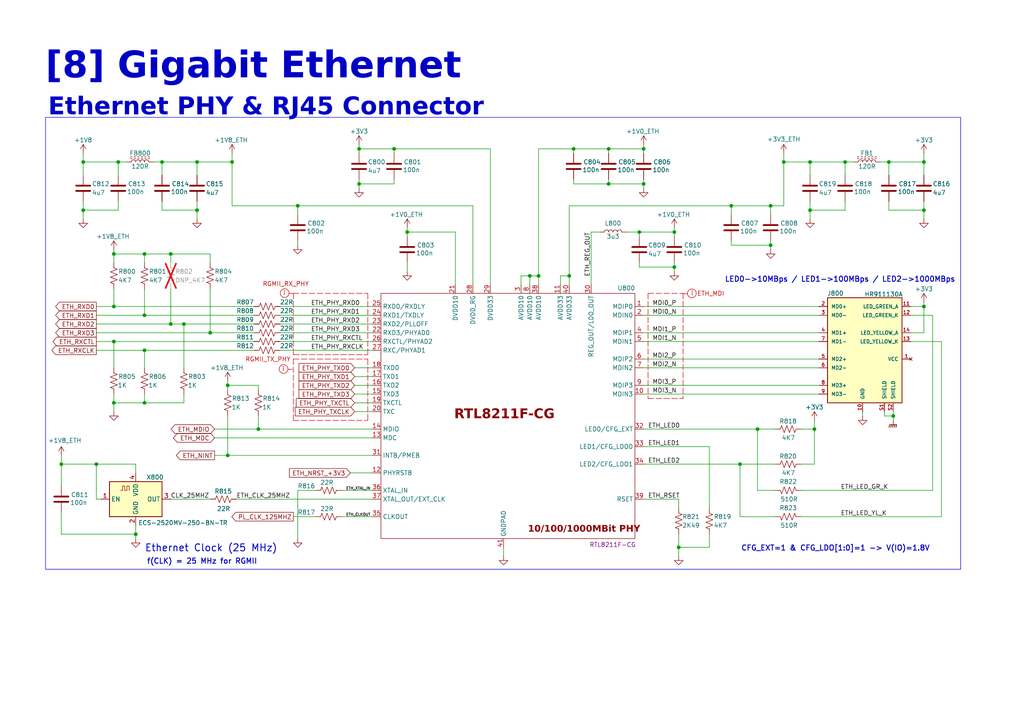
<source format=kicad_sch>
(kicad_sch (version 20231120) (generator "eeschema") (generator_version "8.0")
  (paper "A4")
  (title_block (title "Gigabit Ethernet") (date "2023-12-09") (rev "-") (company "Designed By: Dylan Gutierrez"))
  (junction (at 67.31 46.99))
  (junction (at 214.63 134.62))
  (junction (at 196.85 158.75))
  (junction (at 41.91 116.84))
  (junction (at 153.67 80.01))
  (junction (at 156.21 80.01))
  (junction (at 66.04 111.76))
  (junction (at 74.93 124.46))
  (junction (at 33.02 116.84))
  (junction (at 57.15 60.96))
  (junction (at 46.99 46.99))
  (junction (at 118.11 67.31))
  (junction (at 195.58 67.31))
  (junction (at 104.14 53.34))
  (junction (at 219.71 124.46))
  (junction (at 33.02 73.66))
  (junction (at 41.91 73.66))
  (junction (at 223.52 71.12))
  (junction (at 57.15 46.99))
  (junction (at 49.53 73.66))
  (junction (at 234.95 60.96))
  (junction (at 185.42 67.31))
  (junction (at 114.3 43.18))
  (junction (at 267.97 46.99))
  (junction (at 236.22 124.46))
  (junction (at 104.14 43.18))
  (junction (at 257.81 46.99))
  (junction (at 223.52 59.69))
  (junction (at 86.36 59.69))
  (junction (at 186.69 53.34))
  (junction (at 49.53 93.98))
  (junction (at 165.1 80.01))
  (junction (at 166.37 43.18))
  (junction (at 33.02 99.06))
  (junction (at 227.33 46.99))
  (junction (at 33.02 88.9))
  (junction (at 41.91 101.6))
  (junction (at 53.34 93.98))
  (junction (at 24.13 46.99))
  (junction (at 267.97 88.9))
  (junction (at 39.37 154.94))
  (junction (at 186.69 43.18))
  (junction (at 176.53 43.18))
  (junction (at 267.97 60.96))
  (junction (at 60.96 96.52))
  (junction (at 212.09 59.69))
  (junction (at 245.11 46.99))
  (junction (at 66.04 132.08))
  (junction (at 41.91 91.44))
  (junction (at 259.08 120.65))
  (junction (at 34.29 46.99))
  (junction (at 195.58 77.47))
  (junction (at 24.13 60.96))
  (junction (at 17.78 134.62))
  (junction (at 176.53 53.34))
  (junction (at 27.94 134.62))
  (junction (at 234.95 46.99))
  (wire (pts (xy 227.33 46.99) (xy 227.33 44.45)))
  (wire (pts (xy 267.97 88.9) (xy 267.97 96.52)))
  (wire (pts (xy 46.99 50.8) (xy 46.99 46.99)))
  (wire (pts (xy 41.91 116.84) (xy 53.34 116.84)))
  (wire (pts (xy 17.78 148.59) (xy 17.78 154.94)))
  (wire (pts (xy 34.29 60.96) (xy 24.13 60.96)))
  (wire (pts (xy 186.69 44.45) (xy 186.69 43.18)))
  (wire (pts (xy 257.81 60.96) (xy 267.97 60.96)))
  (wire (pts (xy 137.16 59.69) (xy 137.16 82.55)))
  (polyline (pts (xy 85.09 104.14) (xy 106.68 104.14)) (stroke (width 0) (type dash) (color 194 0 0 1)))
  (wire (pts (xy 250.19 119.38) (xy 250.19 120.65)))
  (wire (pts (xy 195.58 77.47) (xy 195.58 78.74)))
  (wire (pts (xy 62.23 124.46) (xy 74.93 124.46)))
  (wire (pts (xy 227.33 59.69) (xy 227.33 46.99)))
  (wire (pts (xy 17.78 134.62) (xy 17.78 140.97)))
  (wire (pts (xy 236.22 124.46) (xy 236.22 134.62)))
  (wire (pts (xy 185.42 67.31) (xy 195.58 67.31)))
  (wire (pts (xy 181.61 67.31) (xy 185.42 67.31)))
  (wire (pts (xy 205.74 158.75) (xy 196.85 158.75)))
  (wire (pts (xy 107.95 111.76) (xy 102.87 111.76)))
  (wire (pts (xy 81.28 88.9) (xy 107.95 88.9)))
  (polyline (pts (xy 85.09 102.87) (xy 106.68 102.87)) (stroke (width 0) (type dash) (color 194 0 0 1)))
  (wire (pts (xy 267.97 44.45) (xy 267.97 46.99)))
  (wire (pts (xy 185.42 77.47) (xy 195.58 77.47)))
  (wire (pts (xy 67.31 44.45) (xy 67.31 46.99)))
  (wire (pts (xy 74.93 111.76) (xy 74.93 113.03)))
  (wire (pts (xy 166.37 43.18) (xy 156.21 43.18)))
  (wire (pts (xy 62.23 127) (xy 107.95 127)))
  (wire (pts (xy 214.63 134.62) (xy 214.63 149.86)))
  (wire (pts (xy 196.85 154.94) (xy 196.85 158.75)))
  (wire (pts (xy 41.91 91.44) (xy 73.66 91.44)))
  (wire (pts (xy 267.97 96.52) (xy 264.16 96.52)))
  (wire (pts (xy 27.94 99.06) (xy 33.02 99.06)))
  (wire (pts (xy 185.42 77.47) (xy 185.42 76.2)))
  (wire (pts (xy 86.36 142.24) (xy 86.36 156.21)))
  (wire (pts (xy 219.71 142.24) (xy 219.71 124.46)))
  (wire (pts (xy 256.54 120.65) (xy 259.08 120.65)))
  (wire (pts (xy 196.85 158.75) (xy 196.85 161.29)))
  (wire (pts (xy 53.34 93.98) (xy 53.34 106.68)))
  (wire (pts (xy 171.45 67.31) (xy 171.45 82.55)))
  (wire (pts (xy 41.91 73.66) (xy 49.53 73.66)))
  (wire (pts (xy 273.05 149.86) (xy 232.41 149.86)))
  (wire (pts (xy 60.96 73.66) (xy 60.96 76.2)))
  (polyline (pts (xy 198.1357 85.1823) (xy 199.4057 85.1823)) (stroke (width 0) (type dash) (color 194 0 0 1)))
  (wire (pts (xy 196.85 144.78) (xy 196.85 147.32)))
  (wire (pts (xy 166.37 43.18) (xy 166.37 44.45)))
  (wire (pts (xy 186.69 91.44) (xy 237.49 91.44)))
  (wire (pts (xy 33.02 99.06) (xy 73.66 99.06)))
  (polyline (pts (xy 85.09 85.09) (xy 85.09 102.87)) (stroke (width 0) (type dash) (color 194 0 0 1)))
  (wire (pts (xy 57.15 60.96) (xy 57.15 63.5)))
  (wire (pts (xy 232.41 142.24) (xy 270.51 142.24)))
  (wire (pts (xy 60.96 83.82) (xy 60.96 96.52)))
  (wire (pts (xy 17.78 154.94) (xy 39.37 154.94)))
  (wire (pts (xy 267.97 58.42) (xy 267.97 60.96)))
  (wire (pts (xy 259.08 119.38) (xy 259.08 120.65)))
  (polyline (pts (xy 106.68 85.09) (xy 106.68 102.87)) (stroke (width 0) (type dash) (color 194 0 0 1)))
  (wire (pts (xy 165.1 59.69) (xy 212.09 59.69)))
  (wire (pts (xy 41.91 73.66) (xy 41.91 76.2)))
  (wire (pts (xy 257.81 46.99) (xy 267.97 46.99)))
  (wire (pts (xy 156.21 80.01) (xy 156.21 82.55)))
  (wire (pts (xy 153.67 80.01) (xy 153.67 82.55)))
  (wire (pts (xy 245.11 58.42) (xy 245.11 60.96)))
  (wire (pts (xy 57.15 58.42) (xy 57.15 60.96)))
  (polyline (pts (xy 85.09 85.09) (xy 83.82 85.09)) (stroke (width 0) (type dash) (color 194 0 0 1)))
  (wire (pts (xy 224.79 142.24) (xy 219.71 142.24)))
  (wire (pts (xy 66.04 111.76) (xy 66.04 113.03)))
  (wire (pts (xy 39.37 137.16) (xy 39.37 134.62)))
  (wire (pts (xy 256.54 119.38) (xy 256.54 120.65)))
  (wire (pts (xy 24.13 44.45) (xy 24.13 46.99)))
  (wire (pts (xy 176.53 43.18) (xy 166.37 43.18)))
  (wire (pts (xy 146.05 158.75) (xy 146.05 161.29)))
  (wire (pts (xy 99.06 142.24) (xy 107.95 142.24)))
  (wire (pts (xy 49.53 83.82) (xy 49.53 93.98)))
  (wire (pts (xy 219.71 124.46) (xy 224.79 124.46)))
  (wire (pts (xy 34.29 46.99) (xy 34.29 50.8)))
  (wire (pts (xy 267.97 87.63) (xy 267.97 88.9)))
  (wire (pts (xy 162.56 80.01) (xy 165.1 80.01)))
  (wire (pts (xy 104.14 43.18) (xy 104.14 44.45)))
  (wire (pts (xy 257.81 58.42) (xy 257.81 60.96)))
  (wire (pts (xy 107.95 101.6) (xy 81.28 101.6)))
  (wire (pts (xy 223.52 59.69) (xy 227.33 59.69)))
  (wire (pts (xy 44.45 46.99) (xy 46.99 46.99)))
  (wire (pts (xy 245.11 60.96) (xy 234.95 60.96)))
  (wire (pts (xy 267.97 46.99) (xy 267.97 50.8)))
  (wire (pts (xy 114.3 44.45) (xy 114.3 43.18)))
  (wire (pts (xy 41.91 114.3) (xy 41.91 116.84)))
  (wire (pts (xy 27.94 134.62) (xy 17.78 134.62)))
  (wire (pts (xy 151.13 82.55) (xy 151.13 80.01)))
  (wire (pts (xy 270.51 142.24) (xy 270.51 91.44)))
  (wire (pts (xy 142.24 43.18) (xy 142.24 82.55)))
  (wire (pts (xy 67.31 59.69) (xy 67.31 46.99)))
  (wire (pts (xy 62.23 132.08) (xy 66.04 132.08)))
  (wire (pts (xy 107.95 91.44) (xy 81.28 91.44)))
  (wire (pts (xy 104.14 43.18) (xy 114.3 43.18)))
  (wire (pts (xy 162.56 82.55) (xy 162.56 80.01)))
  (wire (pts (xy 17.78 132.08) (xy 17.78 134.62)))
  (wire (pts (xy 49.53 73.66) (xy 60.96 73.66)))
  (wire (pts (xy 27.94 134.62) (xy 27.94 144.78)))
  (wire (pts (xy 101.6 137.16) (xy 107.95 137.16)))
  (wire (pts (xy 49.53 93.98) (xy 53.34 93.98)))
  (wire (pts (xy 86.36 69.85) (xy 86.36 71.12)))
  (wire (pts (xy 29.21 144.78) (xy 27.94 144.78)))
  (wire (pts (xy 74.93 124.46) (xy 107.95 124.46)))
  (wire (pts (xy 46.99 58.42) (xy 46.99 60.96)))
  (wire (pts (xy 236.22 124.46) (xy 232.41 124.46)))
  (wire (pts (xy 186.69 144.78) (xy 196.85 144.78)))
  (wire (pts (xy 68.58 144.78) (xy 107.95 144.78)))
  (wire (pts (xy 273.05 99.06) (xy 273.05 149.86)))
  (wire (pts (xy 234.95 50.8) (xy 234.95 46.99)))
  (wire (pts (xy 186.69 129.54) (xy 205.74 129.54)))
  (wire (pts (xy 267.97 60.96) (xy 267.97 63.5)))
  (wire (pts (xy 186.69 53.34) (xy 186.69 54.61)))
  (wire (pts (xy 267.97 88.9) (xy 264.16 88.9)))
  (wire (pts (xy 33.02 88.9) (xy 73.66 88.9)))
  (wire (pts (xy 33.02 114.3) (xy 33.02 116.84)))
  (wire (pts (xy 223.52 71.12) (xy 223.52 72.39)))
  (wire (pts (xy 165.1 80.01) (xy 165.1 59.69)))
  (wire (pts (xy 104.14 53.34) (xy 114.3 53.34)))
  (wire (pts (xy 39.37 134.62) (xy 27.94 134.62)))
  (polyline (pts (xy 85.09 121.92) (xy 106.68 121.92)) (stroke (width 0) (type dash) (color 194 0 0 1)))
  (wire (pts (xy 118.11 67.31) (xy 118.11 68.58)))
  (wire (pts (xy 24.13 50.8) (xy 24.13 46.99)))
  (wire (pts (xy 33.02 72.39) (xy 33.02 73.66)))
  (wire (pts (xy 41.91 101.6) (xy 41.91 106.68)))
  (wire (pts (xy 171.45 67.31) (xy 173.99 67.31)))
  (wire (pts (xy 176.53 53.34) (xy 186.69 53.34)))
  (wire (pts (xy 33.02 73.66) (xy 41.91 73.66)))
  (wire (pts (xy 33.02 116.84) (xy 33.02 119.38)))
  (wire (pts (xy 236.22 121.92) (xy 236.22 124.46)))
  (polyline (pts (xy 198.12 85.09) (xy 198.12 115.57)) (stroke (width 0) (type dash) (color 194 0 0 1)))
  (wire (pts (xy 91.44 142.24) (xy 86.36 142.24)))
  (wire (pts (xy 223.52 71.12) (xy 223.52 69.85)))
  (wire (pts (xy 33.02 83.82) (xy 33.02 88.9)))
  (wire (pts (xy 53.34 116.84) (xy 53.34 114.3)))
  (wire (pts (xy 166.37 53.34) (xy 176.53 53.34)))
  (wire (pts (xy 27.94 93.98) (xy 49.53 93.98)))
  (wire (pts (xy 107.95 93.98) (xy 81.28 93.98)))
  (wire (pts (xy 34.29 46.99) (xy 36.83 46.99)))
  (wire (pts (xy 195.58 67.31) (xy 195.58 68.58)))
  (wire (pts (xy 186.69 104.14) (xy 237.49 104.14)))
  (wire (pts (xy 33.02 99.06) (xy 33.02 106.68)))
  (wire (pts (xy 46.99 60.96) (xy 57.15 60.96)))
  (wire (pts (xy 224.79 149.86) (xy 214.63 149.86)))
  (wire (pts (xy 186.69 52.07) (xy 186.69 53.34)))
  (wire (pts (xy 234.95 46.99) (xy 245.11 46.99)))
  (wire (pts (xy 165.1 80.01) (xy 165.1 82.55)))
  (wire (pts (xy 176.53 52.07) (xy 176.53 53.34)))
  (wire (pts (xy 176.53 43.18) (xy 176.53 44.45)))
  (wire (pts (xy 86.36 62.23) (xy 86.36 59.69)))
  (wire (pts (xy 212.09 59.69) (xy 223.52 59.69)))
  (wire (pts (xy 185.42 68.58) (xy 185.42 67.31)))
  (wire (pts (xy 166.37 52.07) (xy 166.37 53.34)))
  (wire (pts (xy 270.51 91.44) (xy 264.16 91.44)))
  (wire (pts (xy 104.14 41.91) (xy 104.14 43.18)))
  (wire (pts (xy 186.69 134.62) (xy 214.63 134.62)))
  (wire (pts (xy 99.06 149.86) (xy 107.95 149.86)))
  (wire (pts (xy 212.09 59.69) (xy 212.09 62.23)))
  (wire (pts (xy 186.69 114.3) (xy 237.49 114.3)))
  (wire (pts (xy 107.95 109.22) (xy 102.87 109.22)))
  (wire (pts (xy 186.69 106.68) (xy 237.49 106.68)))
  (wire (pts (xy 39.37 154.94) (xy 39.37 156.21)))
  (wire (pts (xy 41.91 83.82) (xy 41.91 91.44)))
  (wire (pts (xy 186.69 43.18) (xy 176.53 43.18)))
  (wire (pts (xy 245.11 46.99) (xy 247.65 46.99)))
  (wire (pts (xy 66.04 110.49) (xy 66.04 111.76)))
  (polyline (pts (xy 187.96 85.09) (xy 187.96 115.57)) (stroke (width 0) (type dash) (color 194 0 0 1)))
  (wire (pts (xy 104.14 53.34) (xy 104.14 54.61)))
  (wire (pts (xy 67.31 59.69) (xy 86.36 59.69)))
  (wire (pts (xy 41.91 101.6) (xy 73.66 101.6)))
  (wire (pts (xy 107.95 114.3) (xy 102.87 114.3)))
  (wire (pts (xy 66.04 111.76) (xy 74.93 111.76)))
  (wire (pts (xy 132.08 67.31) (xy 132.08 82.55)))
  (wire (pts (xy 186.69 88.9) (xy 237.49 88.9)))
  (wire (pts (xy 114.3 43.18) (xy 142.24 43.18)))
  (wire (pts (xy 212.09 71.12) (xy 223.52 71.12)))
  (wire (pts (xy 227.33 46.99) (xy 234.95 46.99)))
  (polyline (pts (xy 85.09 85.09) (xy 106.68 85.09)) (stroke (width 0) (type dash) (color 194 0 0 1)))
  (wire (pts (xy 27.94 88.9) (xy 33.02 88.9)))
  (wire (pts (xy 107.95 119.38) (xy 102.87 119.38)))
  (wire (pts (xy 212.09 69.85) (xy 212.09 71.12)))
  (wire (pts (xy 33.02 73.66) (xy 33.02 76.2)))
  (polyline (pts (xy 85.09 104.14) (xy 85.09 121.92)) (stroke (width 0) (type dash) (color 194 0 0 1)))
  (wire (pts (xy 107.95 116.84) (xy 102.87 116.84)))
  (wire (pts (xy 27.94 96.52) (xy 60.96 96.52)))
  (wire (pts (xy 118.11 66.04) (xy 118.11 67.31)))
  (wire (pts (xy 107.95 106.68) (xy 102.87 106.68)))
  (wire (pts (xy 259.08 121.92) (xy 259.08 120.65)))
  (wire (pts (xy 60.96 96.52) (xy 73.66 96.52)))
  (wire (pts (xy 74.93 124.46) (xy 74.93 120.65)))
  (wire (pts (xy 107.95 132.08) (xy 66.04 132.08)))
  (wire (pts (xy 57.15 46.99) (xy 57.15 50.8)))
  (wire (pts (xy 114.3 52.07) (xy 114.3 53.34)))
  (wire (pts (xy 107.95 99.06) (xy 81.28 99.06)))
  (wire (pts (xy 27.94 101.6) (xy 41.91 101.6)))
  (wire (pts (xy 236.22 134.62) (xy 232.41 134.62)))
  (wire (pts (xy 264.16 99.06) (xy 273.05 99.06)))
  (wire (pts (xy 245.11 46.99) (xy 245.11 50.8)))
  (wire (pts (xy 27.94 91.44) (xy 41.91 91.44)))
  (polyline (pts (xy 187.96 85.09) (xy 198.12 85.09)) (stroke (width 0) (type dash) (color 194 0 0 1)))
  (wire (pts (xy 24.13 46.99) (xy 34.29 46.99)))
  (wire (pts (xy 46.99 46.99) (xy 57.15 46.99)))
  (wire (pts (xy 257.81 50.8) (xy 257.81 46.99)))
  (wire (pts (xy 151.13 80.01) (xy 153.67 80.01)))
  (wire (pts (xy 66.04 132.08) (xy 66.04 120.65)))
  (wire (pts (xy 85.09 149.86) (xy 91.44 149.86)))
  (wire (pts (xy 234.95 60.96) (xy 234.95 63.5)))
  (wire (pts (xy 234.95 58.42) (xy 234.95 60.96)))
  (wire (pts (xy 153.67 80.01) (xy 156.21 80.01)))
  (wire (pts (xy 118.11 76.2) (xy 118.11 78.74)))
  (wire (pts (xy 195.58 66.04) (xy 195.58 67.31)))
  (wire (pts (xy 205.74 129.54) (xy 205.74 147.32)))
  (wire (pts (xy 33.02 116.84) (xy 41.91 116.84)))
  (wire (pts (xy 86.36 59.69) (xy 137.16 59.69)))
  (wire (pts (xy 34.29 58.42) (xy 34.29 60.96)))
  (wire (pts (xy 195.58 76.2) (xy 195.58 77.47)))
  (polyline (pts (xy 84.7644 107.1128) (xy 83.4944 107.1128)) (stroke (width 0) (type dash) (color 194 0 0 1)))
  (wire (pts (xy 186.69 111.76) (xy 237.49 111.76)))
  (wire (pts (xy 156.21 43.18) (xy 156.21 80.01)))
  (wire (pts (xy 53.34 93.98) (xy 73.66 93.98)))
  (wire (pts (xy 255.27 46.99) (xy 257.81 46.99)))
  (wire (pts (xy 39.37 154.94) (xy 39.37 152.4)))
  (wire (pts (xy 186.69 96.52) (xy 237.49 96.52)))
  (wire (pts (xy 104.14 52.07) (xy 104.14 53.34)))
  (wire (pts (xy 186.69 41.91) (xy 186.69 43.18)))
  (wire (pts (xy 214.63 134.62) (xy 224.79 134.62)))
  (polyline (pts (xy 106.68 104.14) (xy 106.68 121.92)) (stroke (width 0) (type dash) (color 194 0 0 1)))
  (wire (pts (xy 49.53 144.78) (xy 60.96 144.78)))
  (wire (pts (xy 57.15 46.99) (xy 67.31 46.99)))
  (wire (pts (xy 223.52 59.69) (xy 223.52 62.23)))
  (wire (pts (xy 186.69 99.06) (xy 237.49 99.06)))
  (wire (pts (xy 186.69 124.46) (xy 219.71 124.46)))
  (wire (pts (xy 24.13 58.42) (xy 24.13 60.96)))
  (wire (pts (xy 107.95 96.52) (xy 81.28 96.52)))
  (wire (pts (xy 118.11 67.31) (xy 132.08 67.31)))
  (wire (pts (xy 205.74 154.94) (xy 205.74 158.75)))
  (wire (pts (xy 24.13 60.96) (xy 24.13 63.5)))
  (polyline (pts (xy 187.96 115.57) (xy 198.12 115.57)) (stroke (width 0) (type dash) (color 194 0 0 1)))
  (wire (pts (xy 49.53 73.66) (xy 49.53 76.2)))
  (circle (center 82.5657 84.9977) (radius 1.27) (stroke (width 0) (color 194 0 0 1)))
  (circle (center 82.2401 107.0205) (radius 1.27) (stroke (width 0) (color 194 0 0 1)))
  (circle (center 200.66 85.09) (radius 1.27) (stroke (width 0) (color 194 0 0 1)))
  (rectangle (start 13.208 34.036) (end 278.638 165.1))
  (text "RGMII_TX_PHY" (at 84.328 105.156 0) (effects (font (size 1.27 1.27)) (justify right bottom)))
  (text "Ethernet PHY & RJ45 Connector" (at 13.97 35.56 0) (effects (font (size 5.08 5.08) (thickness 0.508) (bold yes) (italic yes)) (justify left bottom)))
  (text "[8] Gigabit Ethernet" (at 13.208 25.908 0) (effects (font (size 7.62 7.62) (thickness 1.016) (bold yes)) (justify left bottom)))
  (text "i" (at 82.55 107.95 0) (effects (font (size 1.27 1.27)) (justify right bottom)))
  (text "RGMII_RX_PHY" (at 89.662 83.312 0) (effects (font (size 1.27 1.27)) (justify right bottom)))
  (text "Ethernet Clock (25 MHz)" (at 80.518 160.274 0) (effects (font (size 2.032 2.032) (thickness 0.254) (bold yes)) (justify right bottom)))
  (text "LED0->10MBps / LED1->100MBps / LED2->1000MBps" (at 277.114 82.042 0) (effects (font (size 1.524 1.524) (thickness 0.254) (bold yes)) (justify right bottom)))
  (text "f(CLK) = 25 MHz for RGMII" (at 74.676 163.83 0) (effects (font (size 1.524 1.524) (thickness 0.254) (bold yes)) (justify right bottom)))
  (text "CFG_EXT=1 & CFG_LDO[1:0]=1 -> V(IO)=1.8V" (at 269.748 160.02 0) (effects (font (size 1.524 1.524) (thickness 0.254) (bold yes)) (justify right bottom)))
  (text "i" (at 200.3501 86.0195 0) (effects (font (size 1.27 1.27)) (justify left bottom)))
  (text "ETH_MDI\n" (at 202.184 86.106 0) (effects (font (size 1.27 1.27)) (justify left bottom)))
  (text "i" (at 82.8756 85.9272 0) (effects (font (size 1.27 1.27)) (justify right bottom)))
  (label "ETH_LED0" (at 187.96 124.46 0))
  (label "ETH_XTAL_IN" (at 100.33 142.24 0) (effects (font (size 0.762 0.762))))
  (label "MDI2_P" (at 189.23 104.14 0))
  (label "ETH_PHY_RXD3" (at 90.17 96.52 0))
  (label "ETH_PHY_RXD0" (at 90.17 88.9 0))
  (label "CLK_25MHZ" (at 49.53 144.78 0))
  (label "ETH_CLK_25MHZ" (at 68.58 144.78 0))
  (label "ETH_CLKOUT" (at 100.33 149.86 0) (effects (font (size 0.762 0.762))))
  (label "ETH_LED2" (at 187.96 134.62 0))
  (label "MDI3_P" (at 189.23 111.76 0))
  (label "ETH_PHY_RXD2" (at 90.17 93.98 0))
  (label "ETH_PHY_RXD1" (at 90.17 91.44 0))
  (label "MDI1_N" (at 189.23 99.06 0))
  (label "ETH_LED_GR_K" (at 243.84 142.24 0))
  (label "MDI1_P" (at 189.23 96.52 0))
  (label "ETH_LED_YL_K" (at 243.84 149.86 0))
  (label "ETH_PHY_RXCTL" (at 90.17 99.06 0))
  (label "ETH_LED1" (at 187.96 129.54 0))
  (label "MDI0_P" (at 189.23 88.9 0))
  (label "MDI2_N" (at 189.23 106.68 0))
  (label "ETH_REG_OUT" (at 171.45 67.31 270))
  (label "MDI0_N" (at 189.23 91.44 0))
  (label "ETH_PHY_RXCLK" (at 90.17 101.6 0))
  (label "ETH_RSET" (at 187.96 144.78 0))
  (label "MDI3_N" (at 189.23 114.3 0))
  (global_label "ETH_RXCTL" (shape output) (at 27.94 99.06 180) (property "Intersheetrefs" "${INTERSHEET_REFS}" (effects (hide yes))))
  (global_label "ETH_RXD3" (shape output) (at 27.94 96.52 180) (property "Intersheetrefs" "${INTERSHEET_REFS}" (effects (hide yes))))
  (global_label "ETH_RXD0" (shape output) (at 27.94 88.9 180) (property "Intersheetrefs" "${INTERSHEET_REFS}" (effects (hide yes))))
  (global_label "ETH_RXD1" (shape output) (at 27.94 91.44 180) (property "Intersheetrefs" "${INTERSHEET_REFS}" (effects (hide yes))))
  (global_label "PL_CLK_125MHZ" (shape output) (at 85.09 149.86 180) (property "Intersheetrefs" "${INTERSHEET_REFS}" (effects (hide yes))))
  (global_label "ETH_PHY_TXD2" (shape input) (at 102.87 111.76 180) (property "Intersheetrefs" "${INTERSHEET_REFS}" (effects (hide yes))))
  (global_label "ETH_PHY_TXD3" (shape input) (at 102.87 114.3 180) (property "Intersheetrefs" "${INTERSHEET_REFS}" (effects (hide yes))))
  (global_label "ETH_NRST_+3V3" (shape input) (at 101.6 137.16 180) (property "Intersheetrefs" "${INTERSHEET_REFS}" (effects (hide yes))))
  (global_label "ETH_RXCLK" (shape output) (at 27.94 101.6 180) (property "Intersheetrefs" "${INTERSHEET_REFS}" (effects (hide yes))))
  (global_label "ETH_MDIO" (shape bidirectional) (at 62.23 124.46 180) (property "Intersheetrefs" "${INTERSHEET_REFS}" (effects (hide yes))))
  (global_label "ETH_RXD2" (shape output) (at 27.94 93.98 180) (property "Intersheetrefs" "${INTERSHEET_REFS}" (effects (hide yes))))
  (global_label "ETH_NINT" (shape output) (at 62.23 132.08 180) (property "Intersheetrefs" "${INTERSHEET_REFS}" (effects (hide yes))))
  (global_label "ETH_PHY_TXCTL" (shape input) (at 102.87 116.84 180) (property "Intersheetrefs" "${INTERSHEET_REFS}" (effects (hide yes))))
  (global_label "ETH_PHY_TXD1" (shape input) (at 102.87 109.22 180) (property "Intersheetrefs" "${INTERSHEET_REFS}" (effects (hide yes))))
  (global_label "ETH_MDC" (shape bidirectional) (at 62.23 127 180) (property "Intersheetrefs" "${INTERSHEET_REFS}" (effects (hide yes))))
  (global_label "ETH_PHY_TXD0" (shape input) (at 102.87 106.68 180) (property "Intersheetrefs" "${INTERSHEET_REFS}" (effects (hide yes))))
  (global_label "ETH_PHY_TXCLK" (shape input) (at 102.87 119.38 180) (property "Intersheetrefs" "${INTERSHEET_REFS}" (effects (hide yes))))
  (symbol (lib_id "Device:R_US") (at 95.25 149.86 90) (unit 1)
    (property "Reference" "R817" (at 91.44 148.59 90) (effects (justify left)))
    (property "Value" "22R" (at 96.774 147.574 90) (effects (justify left)))
    (property "Footprint" "Resistor_SMD:R_0402_1005Metric" (effects (hide yes)))
    (property "Datasheet" "https://datasheet.lcsc.com/lcsc/2304140030_YAGEO-RC0402FR-0722RL_C114765.pdf" (effects (hide yes)))
    (property "Description" "62.5mW Thick Film Resistors 50V ±100ppm/℃ ±1% 22Ω 0402 Chip Resistor - Surface Mount" (effects (hide yes)))
    (property "Distributor Link" "https://www.lcsc.com/product-detail/Chip-Resistor-Surface-Mount_YAGEO-RC0402FR-0722RL_C114765.html" (effects (hide yes)))
    (property "LCSC PN" "C114765" (effects (hide yes)))
    (property "Manufacturer" "YAGEO" (effects (hide yes)))
    (property "Manufacturer PN" "RC0402FR-0722RL" (effects (hide yes)))
  )
  (symbol (lib_id "Device:C") (at 257.81 54.61 0) (unit 1)
    (property "Reference" "C817" (at 260.604 53.34 0) (effects (justify left)))
    (property "Value" "100n" (at 260.35 55.626 0) (effects (justify left)))
    (property "Footprint" "Capacitor_SMD:C_0402_1005Metric" (effects (hide yes)))
    (property "Datasheet" "https://datasheet.lcsc.com/lcsc/2304140030_YAGEO-CC0402KRX5R8BB104_C106256.pdf" (effects (hide yes)))
    (property "Description" "25V 100nF X5R ±10% 0402 Multilayer Ceramic Capacitors MLCC - SMD/SMT ROHS" (effects (hide yes)))
    (property "Distributor Link" "https://www.lcsc.com/product-detail/Multilayer-Ceramic-Capacitors-MLCC-SMD-SMT_YAGEO-CC0402KRX5R8BB104_C106256.html" (effects (hide yes)))
    (property "LCSC PN" "C106256" (effects (hide yes)))
    (property "Manufacturer" "YAGEO" (effects (hide yes)))
    (property "Manufacturer PN" "CC0402KRX5R8BB104" (effects (hide yes)))
  )
  (symbol (lib_id "power:GND") (at 86.36 71.12 0) (unit 1)
    (property "Reference" "#PWR0168" (effects (hide yes)))
    (property "Value" "GND" (effects (hide yes)))
  )
  (symbol (lib_id "Device:R_US") (at 228.6 124.46 90) (unit 1)
    (property "Reference" "R818" (at 231.14 122.174 90) (effects (justify left)))
    (property "Value" "4K7" (at 230.632 127 90) (effects (justify left)))
    (property "Footprint" "Resistor_SMD:R_0402_1005Metric" (effects (hide yes)))
    (property "Datasheet" "https://datasheet.lcsc.com/lcsc/2304140030_YAGEO-RC0402FR-074K7L_C105871.pdf" (effects (hide yes)))
    (property "Description" "62.5mW Thick Film Resistors ±100ppm/℃ ±1% 4.7kΩ 0402 Chip Resistor - Surface Mount ROHS" (effects (hide yes)))
    (property "Distributor Link" "https://www.lcsc.com/product-detail/Chip-Resistor-Surface-Mount_YAGEO-RC0402FR-074K7L_C105871.html" (effects (hide yes)))
    (property "LCSC PN" "C105871" (effects (hide yes)))
    (property "Manufacturer" "YAGEO" (effects (hide yes)))
    (property "Manufacturer PN" "RC0402FR-074K7L" (effects (hide yes)))
  )
  (symbol (lib_id "power:+1V8") (at 186.69 41.91 0) (unit 1)
    (property "Reference" "#PWR0172" (effects (hide yes)))
    (property "Value" "+1V0_ETH" (at 186.436 38.1 0))
  )
  (symbol (lib_id "Device:R_US") (at 196.85 151.13 0) (unit 1)
    (property "Reference" "R821" (at 197.866 149.86 0) (effects (justify left)))
    (property "Value" "2K49" (at 197.866 152.4 0) (effects (justify left)))
    (property "Footprint" "Resistor_SMD:R_0402_1005Metric" (effects (hide yes)))
    (property "Datasheet" "https://datasheet.lcsc.com/lcsc/2304140030_YAGEO-RC0402FR-072K49L_C145071.pdf" (effects (hide yes)))
    (property "Description" "62.5mW Thick Film Resistors 50V ±100ppm/℃ ±1% 2.49kΩ 0402 Chip Resistor - Surface Mount" (effects (hide yes)))
    (property "Distributor Link" "https://www.lcsc.com/product-detail/Chip-Resistor-Surface-Mount_YAGEO-RC0402FR-072K49L_C145071.html" (effects (hide yes)))
    (property "LCSC PN" "C145071" (effects (hide yes)))
    (property "Manufacturer" "YAGEO" (effects (hide yes)))
    (property "Manufacturer PN" "RC0402FR-072K49L" (effects (hide yes)))
  )
  (symbol (lib_id "power:GND") (at 118.11 78.74 0) (unit 1)
    (property "Reference" "#PWR0171" (effects (hide yes)))
    (property "Value" "GND" (effects (hide yes)))
  )
  (symbol (lib_id "power:+3V3") (at 236.22 121.92 0) (unit 1)
    (property "Reference" "#PWR0190" (effects (hide yes)))
    (property "Value" "+3V3" (at 236.22 118.11 0))
  )
  (symbol (lib_name "ZeBra-X:RTL8211F-CG") (lib_id "ZeBra-X:RTL8211F-CG") (at 146.05 104.14 0) (unit 1)
    (property "Reference" "U800" (at 179.07 83.566 0) (effects (justify left)))
    (property "Value" "RTL8211F-CG" (effects (hide yes)))
    (property "Footprint" "Package_DFN_QFN:QFN-40-1EP_5x5mm_P0.4mm_EP3.8x3.8mm" (effects (hide yes)))
    (property "Datasheet" "https://www.lcsc.com/datasheet/lcsc_datasheet_2410121929_Realtek-Semicon-RTL8211F-CG_C187932.pdf" (effects (hide yes)))
    (property "Description" "Integrated 10/100/1000M Ethernet Precision Transceiver" (effects (hide yes)))
    (property "Manufacturer" "Realtek Semicon" (effects (hide yes)))
    (property "Manufacturer PN" "RTL8211F-CG" (at 170.942 157.988 0) (effects (justify left)))
    (property "LCSC PN" "C187932" (effects (hide yes)))
  )
  (symbol (lib_id "Device:R_US") (at 49.53 80.01 0) (unit 1) (dnp yes)
    (property "Reference" "R802" (at 50.8 78.74 0) (effects (justify left)))
    (property "Value" "DNP_4K7" (at 50.8 81.28 0) (effects (justify left)))
    (property "Footprint" "Resistor_SMD:R_0402_1005Metric" (effects (hide yes)))
    (property "Datasheet" "https://datasheet.lcsc.com/lcsc/2304140030_YAGEO-RC0402FR-074K7L_C105871.pdf" (effects (hide yes)))
    (property "Description" "62.5mW Thick Film Resistors ±100ppm/℃ ±1% 4.7kΩ 0402 Chip Resistor - Surface Mount ROHS" (effects (hide yes)))
    (property "Distributor Link" "https://www.lcsc.com/product-detail/Chip-Resistor-Surface-Mount_YAGEO-RC0402FR-074K7L_C105871.html" (effects (hide yes)))
    (property "LCSC PN" "C105871" (effects (hide yes)))
    (property "Manufacturer" "YAGEO" (effects (hide yes)))
    (property "Manufacturer PN" "RC0402FR-074K7L" (effects (hide yes)))
  )
  (symbol (lib_id "Device:C") (at 46.99 54.61 0) (unit 1)
    (property "Reference" "C814" (at 49.784 53.34 0) (effects (justify left)))
    (property "Value" "100n" (at 49.53 55.626 0) (effects (justify left)))
    (property "Footprint" "Capacitor_SMD:C_0402_1005Metric" (effects (hide yes)))
    (property "Datasheet" "https://datasheet.lcsc.com/lcsc/2304140030_YAGEO-CC0402KRX5R8BB104_C106256.pdf" (effects (hide yes)))
    (property "Description" "25V 100nF X5R ±10% 0402 Multilayer Ceramic Capacitors MLCC - SMD/SMT ROHS" (effects (hide yes)))
    (property "Distributor Link" "https://www.lcsc.com/product-detail/Multilayer-Ceramic-Capacitors-MLCC-SMD-SMT_YAGEO-CC0402KRX5R8BB104_C106256.html" (effects (hide yes)))
    (property "LCSC PN" "C106256" (effects (hide yes)))
    (property "Manufacturer" "YAGEO" (effects (hide yes)))
    (property "Manufacturer PN" "CC0402KRX5R8BB104" (effects (hide yes)))
  )
  (symbol (lib_id "Device:R_US") (at 228.6 134.62 90) (unit 1)
    (property "Reference" "R820" (at 231.14 132.334 90) (effects (justify left)))
    (property "Value" "4K7" (at 230.632 137.16 90) (effects (justify left)))
    (property "Footprint" "Resistor_SMD:R_0402_1005Metric" (effects (hide yes)))
    (property "Datasheet" "https://datasheet.lcsc.com/lcsc/2304140030_YAGEO-RC0402FR-074K7L_C105871.pdf" (effects (hide yes)))
    (property "Description" "62.5mW Thick Film Resistors ±100ppm/℃ ±1% 4.7kΩ 0402 Chip Resistor - Surface Mount ROHS" (effects (hide yes)))
    (property "Distributor Link" "https://www.lcsc.com/product-detail/Chip-Resistor-Surface-Mount_YAGEO-RC0402FR-074K7L_C105871.html" (effects (hide yes)))
    (property "LCSC PN" "C105871" (effects (hide yes)))
    (property "Manufacturer" "YAGEO" (effects (hide yes)))
    (property "Manufacturer PN" "RC0402FR-074K7L" (effects (hide yes)))
  )
  (symbol (lib_id "power:+1V8") (at 67.31 44.45 0) (unit 1)
    (property "Reference" "#PWR0167" (effects (hide yes)))
    (property "Value" "+1V8_ETH" (at 67.056 40.64 0))
  )
  (symbol (lib_id "power:+1V8") (at 118.11 66.04 0) (unit 1)
    (property "Reference" "#PWR0170" (effects (hide yes)))
    (property "Value" "+1V0_ETH" (at 117.856 62.23 0))
  )
  (symbol (lib_id "Device:C") (at 245.11 54.61 0) (unit 1)
    (property "Reference" "C818" (at 247.904 53.34 0) (effects (justify left)))
    (property "Value" "100n" (at 247.65 55.626 0) (effects (justify left)))
    (property "Footprint" "Capacitor_SMD:C_0402_1005Metric" (effects (hide yes)))
    (property "Datasheet" "https://datasheet.lcsc.com/lcsc/2304140030_YAGEO-CC0402KRX5R8BB104_C106256.pdf" (effects (hide yes)))
    (property "Description" "25V 100nF X5R ±10% 0402 Multilayer Ceramic Capacitors MLCC - SMD/SMT ROHS" (effects (hide yes)))
    (property "Distributor Link" "https://www.lcsc.com/product-detail/Multilayer-Ceramic-Capacitors-MLCC-SMD-SMT_YAGEO-CC0402KRX5R8BB104_C106256.html" (effects (hide yes)))
    (property "LCSC PN" "C106256" (effects (hide yes)))
    (property "Manufacturer" "YAGEO" (effects (hide yes)))
    (property "Manufacturer PN" "CC0402KRX5R8BB104" (effects (hide yes)))
  )
  (symbol (lib_id "Device:R_US") (at 53.34 110.49 180) (unit 1)
    (property "Reference" "R803" (at 59.69 109.22 0) (effects (justify left)))
    (property "Value" "1K" (at 57.15 111.76 0) (effects (justify left)))
    (property "Footprint" "Resistor_SMD:R_0402_1005Metric" (effects (hide yes)))
    (property "Datasheet" "https://datasheet.lcsc.com/lcsc/2304140030_YAGEO-RC0402FR-071KL_C106235.pdf" (effects (hide yes)))
    (property "Description" "62.5mW Thick Film Resistors ±100ppm/℃ ±1% 1kΩ 0402 Chip Resistor - Surface Mount ROHS" (effects (hide yes)))
    (property "Distributor Link" "https://www.lcsc.com/product-detail/Chip-Resistor-Surface-Mount_YAGEO-RC0402FR-071KL_C106235.html" (effects (hide yes)))
    (property "LCSC PN" "C106235" (effects (hide yes)))
    (property "Manufacturer" "YAGEO" (effects (hide yes)))
    (property "Manufacturer PN" "RC0402FR-071KL" (effects (hide yes)))
  )
  (symbol (lib_id "Device:C") (at 104.14 48.26 0) (unit 1)
    (property "Reference" "C800" (at 106.68 46.99 0) (effects (justify left)))
    (property "Value" "4u7" (at 106.68 49.53 0) (effects (justify left)))
    (property "Footprint" "Capacitor_SMD:C_0402_1005Metric" (effects (hide yes)))
    (property "Datasheet" "https://datasheet.lcsc.com/lcsc/2304140030_Samsung-Electro-Mechanics-CL05A475MP5NRNC_C23733.pdf" (effects (hide yes)))
    (property "Description" "10V 4.7uF X5R ±20% 0402 Multilayer Ceramic Capacitors MLCC - SMD/SMT ROHS" (effects (hide yes)))
    (property "Distributor Link" "https://www.lcsc.com/product-detail/Multilayer-Ceramic-Capacitors-MLCC-SMD-SMT_Samsung-Electro-Mechanics-CL05A475MP5NRNC_C23733.html" (effects (hide yes)))
    (property "LCSC PN" "C23733" (effects (hide yes)))
    (property "Manufacturer" "Samsung" (effects (hide yes)))
    (property "Manufacturer PN" "CL05A475MP5NRNC" (effects (hide yes)))
  )
  (symbol (lib_id "Device:C") (at 166.37 48.26 0) (unit 1)
    (property "Reference" "C804" (at 169.164 46.99 0) (effects (justify left)))
    (property "Value" "100n" (at 168.91 49.276 0) (effects (justify left)))
    (property "Footprint" "Capacitor_SMD:C_0402_1005Metric" (effects (hide yes)))
    (property "Datasheet" "https://datasheet.lcsc.com/lcsc/2304140030_YAGEO-CC0402KRX5R8BB104_C106256.pdf" (effects (hide yes)))
    (property "Description" "25V 100nF X5R ±10% 0402 Multilayer Ceramic Capacitors MLCC - SMD/SMT ROHS" (effects (hide yes)))
    (property "Distributor Link" "https://www.lcsc.com/product-detail/Multilayer-Ceramic-Capacitors-MLCC-SMD-SMT_YAGEO-CC0402KRX5R8BB104_C106256.html" (effects (hide yes)))
    (property "LCSC PN" "C106256" (effects (hide yes)))
    (property "Manufacturer" "YAGEO" (effects (hide yes)))
    (property "Manufacturer PN" "CC0402KRX5R8BB104" (effects (hide yes)))
  )
  (symbol (lib_id "Device:R_US") (at 205.74 151.13 0) (unit 1)
    (property "Reference" "R819" (at 207.01 149.86 0) (effects (justify left)))
    (property "Value" "4K7" (at 207.01 152.4 0) (effects (justify left)))
    (property "Footprint" "Resistor_SMD:R_0402_1005Metric" (effects (hide yes)))
    (property "Datasheet" "https://datasheet.lcsc.com/lcsc/2304140030_YAGEO-RC0402FR-074K7L_C105871.pdf" (effects (hide yes)))
    (property "Description" "62.5mW Thick Film Resistors ±100ppm/℃ ±1% 4.7kΩ 0402 Chip Resistor - Surface Mount ROHS" (effects (hide yes)))
    (property "Distributor Link" "https://www.lcsc.com/product-detail/Chip-Resistor-Surface-Mount_YAGEO-RC0402FR-074K7L_C105871.html" (effects (hide yes)))
    (property "LCSC PN" "C105871" (effects (hide yes)))
    (property "Manufacturer" "YAGEO" (effects (hide yes)))
    (property "Manufacturer PN" "RC0402FR-074K7L" (effects (hide yes)))
  )
  (symbol (lib_id "Device:C") (at 17.78 144.78 0) (unit 1)
    (property "Reference" "C811" (at 20.574 143.51 0) (effects (justify left)))
    (property "Value" "100n" (at 20.32 145.796 0) (effects (justify left)))
    (property "Footprint" "Capacitor_SMD:C_0402_1005Metric" (effects (hide yes)))
    (property "Datasheet" "https://datasheet.lcsc.com/lcsc/2304140030_YAGEO-CC0402KRX5R8BB104_C106256.pdf" (effects (hide yes)))
    (property "Description" "25V 100nF X5R ±10% 0402 Multilayer Ceramic Capacitors MLCC - SMD/SMT ROHS" (effects (hide yes)))
    (property "Distributor Link" "https://www.lcsc.com/product-detail/Multilayer-Ceramic-Capacitors-MLCC-SMD-SMT_YAGEO-CC0402KRX5R8BB104_C106256.html" (effects (hide yes)))
    (property "LCSC PN" "C106256" (effects (hide yes)))
    (property "Manufacturer" "YAGEO" (effects (hide yes)))
    (property "Manufacturer PN" "CC0402KRX5R8BB104" (effects (hide yes)))
  )
  (symbol (lib_id "power:GND") (at 196.85 161.29 0) (unit 1)
    (property "Reference" "#PWR0191" (effects (hide yes)))
    (property "Value" "GND" (effects (hide yes)))
  )
  (symbol (lib_id "Device:R_US") (at 33.02 110.49 180) (unit 1)
    (property "Reference" "R805" (at 39.37 109.22 0) (effects (justify left)))
    (property "Value" "1K" (at 36.83 111.76 0) (effects (justify left)))
    (property "Footprint" "Resistor_SMD:R_0402_1005Metric" (effects (hide yes)))
    (property "Datasheet" "https://datasheet.lcsc.com/lcsc/2304140030_YAGEO-RC0402FR-071KL_C106235.pdf" (effects (hide yes)))
    (property "Description" "62.5mW Thick Film Resistors ±100ppm/℃ ±1% 1kΩ 0402 Chip Resistor - Surface Mount ROHS" (effects (hide yes)))
    (property "Distributor Link" "https://www.lcsc.com/product-detail/Chip-Resistor-Surface-Mount_YAGEO-RC0402FR-071KL_C106235.html" (effects (hide yes)))
    (property "LCSC PN" "C106235" (effects (hide yes)))
    (property "Manufacturer" "YAGEO" (effects (hide yes)))
    (property "Manufacturer PN" "RC0402FR-071KL" (effects (hide yes)))
  )
  (symbol (lib_id "Device:L") (at 177.8 67.31 90) (unit 1)
    (property "Reference" "L800" (at 177.8 64.77 90))
    (property "Value" "3u3" (at 177.8 68.58 90))
    (property "Footprint" "Inductor_SMD:L_0603_1608Metric" (effects (hide yes)))
    (property "Datasheet" "https://search.murata.co.jp/Ceramy/image/img/P02/JELF243B-0047.pdf" (effects (hide yes)))
    (property "Description" "FIXED IND 3.3UH 1.05A 250MOHM SM" (effects (hide yes)))
    (property "Distributor Link" "https://www.digikey.com/en/products/detail/murata-electronics/LQM18PN3R3MGHD/6800300?curr=usd&utm_campaign=buynow&utm_medium=aggregator&utm_source=octopart" (effects (hide yes)))
    (property "Manufacturer" "Murata Electronics" (effects (hide yes)))
    (property "Manufacturer PN" "LQM18PN3R3MGHD" (effects (hide yes)))
  )
  (symbol (lib_id "power:+3V3") (at 267.97 44.45 0) (unit 1)
    (property "Reference" "#PWR0174" (effects (hide yes)))
    (property "Value" "+3V3" (at 267.97 40.64 0))
  )
  (symbol (lib_id "Device:C") (at 34.29 54.61 0) (unit 1)
    (property "Reference" "C813" (at 37.084 53.34 0) (effects (justify left)))
    (property "Value" "100n" (at 36.83 55.626 0) (effects (justify left)))
    (property "Footprint" "Capacitor_SMD:C_0402_1005Metric" (effects (hide yes)))
    (property "Datasheet" "https://datasheet.lcsc.com/lcsc/2304140030_YAGEO-CC0402KRX5R8BB104_C106256.pdf" (effects (hide yes)))
    (property "Description" "25V 100nF X5R ±10% 0402 Multilayer Ceramic Capacitors MLCC - SMD/SMT ROHS" (effects (hide yes)))
    (property "Distributor Link" "https://www.lcsc.com/product-detail/Multilayer-Ceramic-Capacitors-MLCC-SMD-SMT_YAGEO-CC0402KRX5R8BB104_C106256.html" (effects (hide yes)))
    (property "LCSC PN" "C106256" (effects (hide yes)))
    (property "Manufacturer" "YAGEO" (effects (hide yes)))
    (property "Manufacturer PN" "CC0402KRX5R8BB104" (effects (hide yes)))
  )
  (symbol (lib_id "power:+1V8") (at 24.13 44.45 0) (unit 1)
    (property "Reference" "#PWR0163" (effects (hide yes)))
    (property "Value" "+1V8" (at 24.13 40.64 0))
  )
  (symbol (lib_id "Device:R_US") (at 41.91 110.49 180) (unit 1)
    (property "Reference" "R806" (at 48.26 109.22 0) (effects (justify left)))
    (property "Value" "1K" (at 45.72 111.76 0) (effects (justify left)))
    (property "Footprint" "Resistor_SMD:R_0402_1005Metric" (effects (hide yes)))
    (property "Datasheet" "https://datasheet.lcsc.com/lcsc/2304140030_YAGEO-RC0402FR-071KL_C106235.pdf" (effects (hide yes)))
    (property "Description" "62.5mW Thick Film Resistors ±100ppm/℃ ±1% 1kΩ 0402 Chip Resistor - Surface Mount ROHS" (effects (hide yes)))
    (property "Distributor Link" "https://www.lcsc.com/product-detail/Chip-Resistor-Surface-Mount_YAGEO-RC0402FR-071KL_C106235.html" (effects (hide yes)))
    (property "LCSC PN" "C106235" (effects (hide yes)))
    (property "Manufacturer" "YAGEO" (effects (hide yes)))
    (property "Manufacturer PN" "RC0402FR-071KL" (effects (hide yes)))
  )
  (symbol (lib_id "Device:R_US") (at 60.96 80.01 0) (unit 1)
    (property "Reference" "R804" (at 62.23 78.74 0) (effects (justify left)))
    (property "Value" "4K7" (at 62.23 81.28 0) (effects (justify left)))
    (property "Footprint" "Resistor_SMD:R_0402_1005Metric" (effects (hide yes)))
    (property "Datasheet" "https://datasheet.lcsc.com/lcsc/2304140030_YAGEO-RC0402FR-074K7L_C105871.pdf" (effects (hide yes)))
    (property "Description" "62.5mW Thick Film Resistors ±100ppm/℃ ±1% 4.7kΩ 0402 Chip Resistor - Surface Mount ROHS" (effects (hide yes)))
    (property "Distributor Link" "https://www.lcsc.com/product-detail/Chip-Resistor-Surface-Mount_YAGEO-RC0402FR-074K7L_C105871.html" (effects (hide yes)))
    (property "LCSC PN" "C105871" (effects (hide yes)))
    (property "Manufacturer" "YAGEO" (effects (hide yes)))
    (property "Manufacturer PN" "RC0402FR-074K7L" (effects (hide yes)))
  )
  (symbol (lib_id "Device:C") (at 234.95 54.61 0) (unit 1)
    (property "Reference" "C819" (at 237.49 53.34 0) (effects (justify left)))
    (property "Value" "4u7" (at 237.49 55.88 0) (effects (justify left)))
    (property "Footprint" "Capacitor_SMD:C_0402_1005Metric" (effects (hide yes)))
    (property "Datasheet" "https://datasheet.lcsc.com/lcsc/2304140030_Samsung-Electro-Mechanics-CL05A475MP5NRNC_C23733.pdf" (effects (hide yes)))
    (property "Description" "10V 4.7uF X5R ±20% 0402 Multilayer Ceramic Capacitors MLCC - SMD/SMT ROHS" (effects (hide yes)))
    (property "Distributor Link" "https://www.lcsc.com/product-detail/Multilayer-Ceramic-Capacitors-MLCC-SMD-SMT_Samsung-Electro-Mechanics-CL05A475MP5NRNC_C23733.html" (effects (hide yes)))
    (property "LCSC PN" "C23733" (effects (hide yes)))
    (property "Manufacturer" "Samsung" (effects (hide yes)))
    (property "Manufacturer PN" "CL05A475MP5NRNC" (effects (hide yes)))
  )
  (symbol (lib_id "Device:C") (at 186.69 48.26 0) (unit 1)
    (property "Reference" "C806" (at 189.484 46.99 0) (effects (justify left)))
    (property "Value" "100n" (at 189.23 49.276 0) (effects (justify left)))
    (property "Footprint" "Capacitor_SMD:C_0402_1005Metric" (effects (hide yes)))
    (property "Datasheet" "https://datasheet.lcsc.com/lcsc/2304140030_YAGEO-CC0402KRX5R8BB104_C106256.pdf" (effects (hide yes)))
    (property "Description" "25V 100nF X5R ±10% 0402 Multilayer Ceramic Capacitors MLCC - SMD/SMT ROHS" (effects (hide yes)))
    (property "Distributor Link" "https://www.lcsc.com/product-detail/Multilayer-Ceramic-Capacitors-MLCC-SMD-SMT_YAGEO-CC0402KRX5R8BB104_C106256.html" (effects (hide yes)))
    (property "LCSC PN" "C106256" (effects (hide yes)))
    (property "Manufacturer" "YAGEO" (effects (hide yes)))
    (property "Manufacturer PN" "CC0402KRX5R8BB104" (effects (hide yes)))
  )
  (symbol (lib_id "power:GND") (at 267.97 63.5 0) (unit 1)
    (property "Reference" "#PWR0177" (effects (hide yes)))
    (property "Value" "GND" (effects (hide yes)))
  )
  (symbol (lib_id "Device:R_US") (at 77.47 91.44 90) (unit 1)
    (property "Reference" "R808" (at 73.66 90.17 90) (effects (justify left)))
    (property "Value" "22R" (at 85.09 90.17 90) (effects (justify left)))
    (property "Footprint" "Resistor_SMD:R_0402_1005Metric" (effects (hide yes)))
    (property "Datasheet" "https://datasheet.lcsc.com/lcsc/2304140030_YAGEO-RC0402FR-0722RL_C114765.pdf" (effects (hide yes)))
    (property "Description" "62.5mW Thick Film Resistors 50V ±100ppm/℃ ±1% 22Ω 0402 Chip Resistor - Surface Mount" (effects (hide yes)))
    (property "Distributor Link" "https://www.lcsc.com/product-detail/Chip-Resistor-Surface-Mount_YAGEO-RC0402FR-0722RL_C114765.html" (effects (hide yes)))
    (property "LCSC PN" "C114765" (effects (hide yes)))
    (property "Manufacturer" "YAGEO" (effects (hide yes)))
    (property "Manufacturer PN" "RC0402FR-0722RL" (effects (hide yes)))
  )
  (symbol (lib_id "Device:R_US") (at 41.91 80.01 0) (unit 1)
    (property "Reference" "R801" (at 43.18 78.74 0) (effects (justify left)))
    (property "Value" "4K7" (at 43.18 81.28 0) (effects (justify left)))
    (property "Footprint" "Resistor_SMD:R_0402_1005Metric" (effects (hide yes)))
    (property "Datasheet" "https://datasheet.lcsc.com/lcsc/2304140030_YAGEO-RC0402FR-074K7L_C105871.pdf" (effects (hide yes)))
    (property "Description" "62.5mW Thick Film Resistors ±100ppm/℃ ±1% 4.7kΩ 0402 Chip Resistor - Surface Mount ROHS" (effects (hide yes)))
    (property "Distributor Link" "https://www.lcsc.com/product-detail/Chip-Resistor-Surface-Mount_YAGEO-RC0402FR-074K7L_C105871.html" (effects (hide yes)))
    (property "LCSC PN" "C105871" (effects (hide yes)))
    (property "Manufacturer" "YAGEO" (effects (hide yes)))
    (property "Manufacturer PN" "RC0402FR-074K7L" (effects (hide yes)))
  )
  (symbol (lib_id "power:GND") (at 146.05 161.29 0) (unit 1)
    (property "Reference" "#PWR0162" (effects (hide yes)))
    (property "Value" "GND" (effects (hide yes)))
  )
  (symbol (lib_id "Device:R_US") (at 33.02 80.01 0) (unit 1)
    (property "Reference" "R800" (at 34.29 78.74 0) (effects (justify left)))
    (property "Value" "4K7" (at 34.29 81.28 0) (effects (justify left)))
    (property "Footprint" "Resistor_SMD:R_0402_1005Metric" (effects (hide yes)))
    (property "Datasheet" "https://datasheet.lcsc.com/lcsc/2304140030_YAGEO-RC0402FR-074K7L_C105871.pdf" (effects (hide yes)))
    (property "Description" "62.5mW Thick Film Resistors ±100ppm/℃ ±1% 4.7kΩ 0402 Chip Resistor - Surface Mount ROHS" (effects (hide yes)))
    (property "Distributor Link" "https://www.lcsc.com/product-detail/Chip-Resistor-Surface-Mount_YAGEO-RC0402FR-074K7L_C105871.html" (effects (hide yes)))
    (property "LCSC PN" "C105871" (effects (hide yes)))
    (property "Manufacturer" "YAGEO" (effects (hide yes)))
    (property "Manufacturer PN" "RC0402FR-074K7L" (effects (hide yes)))
  )
  (symbol (lib_id "ZeBra-X:ECS-2520MV-250-BN-TR") (at 39.37 144.78 0) (unit 1)
    (property "Reference" "X800" (at 44.958 138.43 0))
    (property "Value" "ECS-2520MV-250-BN-TR" (at 53.086 151.638 0))
    (property "Footprint" "Oscillator:Oscillator_SMD_ECS_2520MV-xxx-xx-4Pin_2.5x2.0mm" (effects (hide yes)))
    (property "Datasheet" "https://www.ecsxtal.com/store/pdf/ECS-2520MV.pdf" (effects (hide yes)))
    (property "Description" "HCMOS Crystal Clock Oscillator, 2.5x2.0 mm SMD" (effects (hide yes)))
  )
  (symbol (lib_id "Device:L_Ferrite") (at 251.46 46.99 90) (unit 1)
    (property "Reference" "FB1" (at 251.46 44.45 90))
    (property "Value" "120R" (at 251.46 48.26 90))
    (property "Footprint" "Inductor_SMD:L_0402_1005Metric" (effects (hide yes)))
    (property "Datasheet" "https://datasheet.lcsc.com/lcsc/2304140030_Murata-Electronics-BLM15PX121SN1D_C88970.pdf" (effects (hide yes)))
    (property "Description" "55mΩ ±25% 120Ω@100MHz 0402 Ferrite Beads" (effects (hide yes)))
    (property "Distributor Link" "https://www.lcsc.com/product-detail/Ferrite-Beads_Murata-Electronics-BLM15PX121SN1D_C88970.html" (effects (hide yes)))
    (property "LCSC PN" "C88970" (effects (hide yes)))
    (property "Manufacturer" "Murata" (effects (hide yes)))
    (property "Manufacturer PN" "BLM15PX121SN1D" (effects (hide yes)))
  )
  (symbol (lib_id "Device:C") (at 195.58 72.39 0) (unit 1)
    (property "Reference" "C810" (at 198.374 71.12 0) (effects (justify left)))
    (property "Value" "100n" (at 198.12 73.406 0) (effects (justify left)))
    (property "Footprint" "Capacitor_SMD:C_0402_1005Metric" (effects (hide yes)))
    (property "Datasheet" "https://datasheet.lcsc.com/lcsc/2304140030_YAGEO-CC0402KRX5R8BB104_C106256.pdf" (effects (hide yes)))
    (property "Description" "25V 100nF X5R ±10% 0402 Multilayer Ceramic Capacitors MLCC - SMD/SMT ROHS" (effects (hide yes)))
    (property "Distributor Link" "https://www.lcsc.com/product-detail/Multilayer-Ceramic-Capacitors-MLCC-SMD-SMT_YAGEO-CC0402KRX5R8BB104_C106256.html" (effects (hide yes)))
    (property "LCSC PN" "C106256" (effects (hide yes)))
    (property "Manufacturer" "YAGEO" (effects (hide yes)))
    (property "Manufacturer PN" "CC0402KRX5R8BB104" (effects (hide yes)))
  )
  (symbol (lib_id "power:GND") (at 57.15 63.5 0) (unit 1)
    (property "Reference" "#PWR0165" (effects (hide yes)))
    (property "Value" "GND" (effects (hide yes)))
  )
  (symbol (lib_id "Device:C") (at 118.11 72.39 0) (unit 1)
    (property "Reference" "C803" (at 120.904 71.12 0) (effects (justify left)))
    (property "Value" "100n" (at 120.65 73.406 0) (effects (justify left)))
    (property "Footprint" "Capacitor_SMD:C_0402_1005Metric" (effects (hide yes)))
    (property "Datasheet" "https://datasheet.lcsc.com/lcsc/2304140030_YAGEO-CC0402KRX5R8BB104_C106256.pdf" (effects (hide yes)))
    (property "Description" "25V 100nF X5R ±10% 0402 Multilayer Ceramic Capacitors MLCC - SMD/SMT ROHS" (effects (hide yes)))
    (property "Distributor Link" "https://www.lcsc.com/product-detail/Multilayer-Ceramic-Capacitors-MLCC-SMD-SMT_YAGEO-CC0402KRX5R8BB104_C106256.html" (effects (hide yes)))
    (property "LCSC PN" "C106256" (effects (hide yes)))
    (property "Manufacturer" "YAGEO" (effects (hide yes)))
    (property "Manufacturer PN" "CC0402KRX5R8BB104" (effects (hide yes)))
  )
  (symbol (lib_id "Device:C") (at 176.53 48.26 0) (unit 1)
    (property "Reference" "C805" (at 179.324 46.99 0) (effects (justify left)))
    (property "Value" "100n" (at 179.07 49.276 0) (effects (justify left)))
    (property "Footprint" "Capacitor_SMD:C_0402_1005Metric" (effects (hide yes)))
    (property "Datasheet" "https://datasheet.lcsc.com/lcsc/2304140030_YAGEO-CC0402KRX5R8BB104_C106256.pdf" (effects (hide yes)))
    (property "Description" "25V 100nF X5R ±10% 0402 Multilayer Ceramic Capacitors MLCC - SMD/SMT ROHS" (effects (hide yes)))
    (property "Distributor Link" "https://www.lcsc.com/product-detail/Multilayer-Ceramic-Capacitors-MLCC-SMD-SMT_YAGEO-CC0402KRX5R8BB104_C106256.html" (effects (hide yes)))
    (property "LCSC PN" "C106256" (effects (hide yes)))
    (property "Manufacturer" "YAGEO" (effects (hide yes)))
    (property "Manufacturer PN" "CC0402KRX5R8BB104" (effects (hide yes)))
  )
  (symbol (lib_id "power:GNDPWR") (at 259.08 121.92 0) (unit 1)
    (property "Reference" "#PWR0188" (effects (hide yes)))
    (property "Value" "GNDPWR" (effects (hide yes)))
  )
  (symbol (lib_id "Device:C") (at 114.3 48.26 0) (unit 1)
    (property "Reference" "C801" (at 117.094 46.99 0) (effects (justify left)))
    (property "Value" "100n" (at 116.84 49.276 0) (effects (justify left)))
    (property "Footprint" "Capacitor_SMD:C_0402_1005Metric" (effects (hide yes)))
    (property "Datasheet" "https://datasheet.lcsc.com/lcsc/2304140030_YAGEO-CC0402KRX5R8BB104_C106256.pdf" (effects (hide yes)))
    (property "Description" "25V 100nF X5R ±10% 0402 Multilayer Ceramic Capacitors MLCC - SMD/SMT ROHS" (effects (hide yes)))
    (property "Distributor Link" "https://www.lcsc.com/product-detail/Multilayer-Ceramic-Capacitors-MLCC-SMD-SMT_YAGEO-CC0402KRX5R8BB104_C106256.html" (effects (hide yes)))
    (property "LCSC PN" "C106256" (effects (hide yes)))
    (property "Manufacturer" "YAGEO" (effects (hide yes)))
    (property "Manufacturer PN" "CC0402KRX5R8BB104" (effects (hide yes)))
  )
  (symbol (lib_id "Device:R_US") (at 77.47 93.98 90) (unit 1)
    (property "Reference" "R809" (at 73.66 92.71 90) (effects (justify left)))
    (property "Value" "22R" (at 85.09 92.71 90) (effects (justify left)))
    (property "Footprint" "Resistor_SMD:R_0402_1005Metric" (effects (hide yes)))
    (property "Datasheet" "https://datasheet.lcsc.com/lcsc/2304140030_YAGEO-RC0402FR-0722RL_C114765.pdf" (effects (hide yes)))
    (property "Description" "62.5mW Thick Film Resistors 50V ±100ppm/℃ ±1% 22Ω 0402 Chip Resistor - Surface Mount" (effects (hide yes)))
    (property "Distributor Link" "https://www.lcsc.com/product-detail/Chip-Resistor-Surface-Mount_YAGEO-RC0402FR-0722RL_C114765.html" (effects (hide yes)))
    (property "LCSC PN" "C114765" (effects (hide yes)))
    (property "Manufacturer" "YAGEO" (effects (hide yes)))
    (property "Manufacturer PN" "RC0402FR-0722RL" (effects (hide yes)))
  )
  (symbol (lib_id "Device:R_US") (at 77.47 96.52 90) (unit 1)
    (property "Reference" "R810" (at 73.66 95.25 90) (effects (justify left)))
    (property "Value" "22R" (at 85.09 95.25 90) (effects (justify left)))
    (property "Footprint" "Resistor_SMD:R_0402_1005Metric" (effects (hide yes)))
    (property "Datasheet" "https://datasheet.lcsc.com/lcsc/2304140030_YAGEO-RC0402FR-0722RL_C114765.pdf" (effects (hide yes)))
    (property "Description" "62.5mW Thick Film Resistors 50V ±100ppm/℃ ±1% 22Ω 0402 Chip Resistor - Surface Mount" (effects (hide yes)))
    (property "Distributor Link" "https://www.lcsc.com/product-detail/Chip-Resistor-Surface-Mount_YAGEO-RC0402FR-0722RL_C114765.html" (effects (hide yes)))
    (property "LCSC PN" "C114765" (effects (hide yes)))
    (property "Manufacturer" "YAGEO" (effects (hide yes)))
    (property "Manufacturer PN" "RC0402FR-0722RL" (effects (hide yes)))
  )
  (symbol (lib_id "Device:R_US") (at 77.47 99.06 90) (unit 1)
    (property "Reference" "R811" (at 73.66 97.79 90) (effects (justify left)))
    (property "Value" "22R" (at 85.09 97.79 90) (effects (justify left)))
    (property "Footprint" "Resistor_SMD:R_0402_1005Metric" (effects (hide yes)))
    (property "Datasheet" "https://datasheet.lcsc.com/lcsc/2304140030_YAGEO-RC0402FR-0722RL_C114765.pdf" (effects (hide yes)))
    (property "Description" "62.5mW Thick Film Resistors 50V ±100ppm/℃ ±1% 22Ω 0402 Chip Resistor - Surface Mount" (effects (hide yes)))
    (property "Distributor Link" "https://www.lcsc.com/product-detail/Chip-Resistor-Surface-Mount_YAGEO-RC0402FR-0722RL_C114765.html" (effects (hide yes)))
    (property "LCSC PN" "C114765" (effects (hide yes)))
    (property "Manufacturer" "YAGEO" (effects (hide yes)))
    (property "Manufacturer PN" "RC0402FR-0722RL" (effects (hide yes)))
  )
  (symbol (lib_id "power:GND") (at 186.69 54.61 0) (unit 1)
    (property "Reference" "#PWR0173" (effects (hide yes)))
    (property "Value" "GND" (effects (hide yes)))
  )
  (symbol (lib_id "Device:R_US") (at 228.6 142.24 270) (mirror x) (unit 1)
    (property "Reference" "R822" (at 226.06 139.7 90) (effects (justify left)))
    (property "Value" "510R" (at 226.314 144.78 90) (effects (justify left)))
    (property "Footprint" "Resistor_SMD:R_0402_1005Metric" (effects (hide yes)))
    (property "Datasheet" "https://datasheet.lcsc.com/lcsc/2304140030_YAGEO-RC0402FR-07510RL_C276273.pdf" (effects (hide yes)))
    (property "Description" "62.5mW Thick Film Resistors ±100ppm/℃ ±1% 510Ω 0402 Chip Resistor - Surface Mount ROHS" (effects (hide yes)))
    (property "Distributor Link" "https://www.lcsc.com/product-detail/Chip-Resistor-Surface-Mount_YAGEO-RC0402FR-07510RL_C276273.html" (effects (hide yes)))
    (property "LCSC PN" "C276273" (effects (hide yes)))
    (property "Manufacturer" "YAGEO" (effects (hide yes)))
    (property "Manufacturer PN" "RC0402FR-07510RL" (effects (hide yes)))
  )
  (symbol (lib_id "Device:R_US") (at 77.47 101.6 90) (unit 1)
    (property "Reference" "R812" (at 73.66 100.33 90) (effects (justify left)))
    (property "Value" "22R" (at 85.09 100.33 90) (effects (justify left)))
    (property "Footprint" "Resistor_SMD:R_0402_1005Metric" (effects (hide yes)))
    (property "Datasheet" "https://datasheet.lcsc.com/lcsc/2304140030_YAGEO-RC0402FR-0722RL_C114765.pdf" (effects (hide yes)))
    (property "Description" "62.5mW Thick Film Resistors 50V ±100ppm/℃ ±1% 22Ω 0402 Chip Resistor - Surface Mount" (effects (hide yes)))
    (property "Distributor Link" "https://www.lcsc.com/product-detail/Chip-Resistor-Surface-Mount_YAGEO-RC0402FR-0722RL_C114765.html" (effects (hide yes)))
    (property "LCSC PN" "C114765" (effects (hide yes)))
    (property "Manufacturer" "YAGEO" (effects (hide yes)))
    (property "Manufacturer PN" "RC0402FR-0722RL" (effects (hide yes)))
  )
  (symbol (lib_id "power:+1V8") (at 195.58 66.04 0) (unit 1)
    (property "Reference" "#PWR0180" (effects (hide yes)))
    (property "Value" "+1V0_ETH" (at 195.326 62.23 0))
  )
  (symbol (lib_id "Device:L_Ferrite") (at 40.64 46.99 90) (unit 1)
    (property "Reference" "FB800" (at 40.64 44.45 90))
    (property "Value" "120R" (at 40.64 48.26 90))
    (property "Footprint" "Inductor_SMD:L_0402_1005Metric" (effects (hide yes)))
    (property "Datasheet" "https://datasheet.lcsc.com/lcsc/2304140030_Murata-Electronics-BLM15PX121SN1D_C88970.pdf" (effects (hide yes)))
    (property "Description" "55mΩ ±25% 120Ω@100MHz 0402 Ferrite Beads" (effects (hide yes)))
    (property "Distributor Link" "https://www.lcsc.com/product-detail/Ferrite-Beads_Murata-Electronics-BLM15PX121SN1D_C88970.html" (effects (hide yes)))
    (property "LCSC PN" "C88970" (effects (hide yes)))
    (property "Manufacturer" "Murata" (effects (hide yes)))
    (property "Manufacturer PN" "BLM15PX121SN1D" (effects (hide yes)))
  )
  (symbol (lib_id "power:+1V8") (at 17.78 132.08 0) (unit 1)
    (property "Reference" "#PWR0184" (effects (hide yes)))
    (property "Value" "+1V8_ETH" (at 18.796 127.762 0))
  )
  (symbol (lib_id "power:GND") (at 24.13 63.5 0) (unit 1)
    (property "Reference" "#PWR0166" (effects (hide yes)))
    (property "Value" "GND" (effects (hide yes)))
  )
  (symbol (lib_id "power:GND") (at 250.19 120.65 0) (unit 1)
    (property "Reference" "#PWR0187" (effects (hide yes)))
    (property "Value" "GND" (effects (hide yes)))
  )
  (symbol (lib_id "power:GND") (at 86.36 156.21 0) (unit 1)
    (property "Reference" "#PWR0186" (effects (hide yes)))
    (property "Value" "GND" (effects (hide yes)))
  )
  (symbol (lib_id "power:GND") (at 39.37 156.21 0) (unit 1)
    (property "Reference" "#PWR0185" (effects (hide yes)))
    (property "Value" "GND" (effects (hide yes)))
  )
  (symbol (lib_id "power:GND") (at 104.14 54.61 0) (unit 1)
    (property "Reference" "#PWR0169" (effects (hide yes)))
    (property "Value" "GND" (effects (hide yes)))
  )
  (symbol (lib_id "Device:R_US") (at 77.47 88.9 90) (unit 1)
    (property "Reference" "R807" (at 73.66 87.63 90) (effects (justify left)))
    (property "Value" "22R" (at 85.09 87.63 90) (effects (justify left)))
    (property "Footprint" "Resistor_SMD:R_0402_1005Metric" (effects (hide yes)))
    (property "Datasheet" "https://datasheet.lcsc.com/lcsc/2304140030_YAGEO-RC0402FR-0722RL_C114765.pdf" (effects (hide yes)))
    (property "Description" "62.5mW Thick Film Resistors 50V ±100ppm/℃ ±1% 22Ω 0402 Chip Resistor - Surface Mount" (effects (hide yes)))
    (property "Distributor Link" "https://www.lcsc.com/product-detail/Chip-Resistor-Surface-Mount_YAGEO-RC0402FR-0722RL_C114765.html" (effects (hide yes)))
    (property "LCSC PN" "C114765" (effects (hide yes)))
    (property "Manufacturer" "YAGEO" (effects (hide yes)))
    (property "Manufacturer PN" "RC0402FR-0722RL" (effects (hide yes)))
  )
  (symbol (lib_id "Device:C") (at 24.13 54.61 0) (unit 1)
    (property "Reference" "C812" (at 26.67 53.34 0) (effects (justify left)))
    (property "Value" "4u7" (at 26.67 55.88 0) (effects (justify left)))
    (property "Footprint" "Capacitor_SMD:C_0402_1005Metric" (effects (hide yes)))
    (property "Datasheet" "https://datasheet.lcsc.com/lcsc/2304140030_Samsung-Electro-Mechanics-CL05A475MP5NRNC_C23733.pdf" (effects (hide yes)))
    (property "Description" "10V 4.7uF X5R ±20% 0402 Multilayer Ceramic Capacitors MLCC - SMD/SMT ROHS" (effects (hide yes)))
    (property "Distributor Link" "https://www.lcsc.com/product-detail/Multilayer-Ceramic-Capacitors-MLCC-SMD-SMT_Samsung-Electro-Mechanics-CL05A475MP5NRNC_C23733.html" (effects (hide yes)))
    (property "LCSC PN" "C23733" (effects (hide yes)))
    (property "Manufacturer" "Samsung" (effects (hide yes)))
    (property "Manufacturer PN" "CL05A475MP5NRNC" (effects (hide yes)))
  )
  (symbol (lib_id "power:GND") (at 195.58 78.74 0) (unit 1)
    (property "Reference" "#PWR0179" (effects (hide yes)))
    (property "Value" "GND" (effects (hide yes)))
  )
  (symbol (lib_name "HR911130A_1") (lib_id "ZeBra-X:HR911130A") (at 250.19 99.06 0) (unit 1)
    (property "Reference" "J800" (at 242.316 85.09 0))
    (property "Value" "HR911130A" (at 256.286 85.344 0))
    (property "Footprint" "ZeBra_footprints:HANRUN_HR911130A" (effects (hide yes)))
    (property "Datasheet" "https://www.lcsc.com/datasheet/lcsc_datasheet_2411121131_HANRUN-Zhongshan-HanRun-Elec-HR911130A_C54408.pdf" (effects (hide yes)))
    (property "Description" "RJ45Receptacle 1 WithLED Plugin Ethernet Connectors / Modular Connectors (RJ45 RJ11) 100/1000" (effects (hide yes)))
    (property "Manufacturer PN" "HR911130A" (effects (hide yes)))
    (property "Manufacturer" "HanRun" (effects (hide yes)))
  )
  (symbol (lib_id "Device:R_US") (at 74.93 116.84 180) (unit 1)
    (property "Reference" "R814" (at 81.28 115.57 0) (effects (justify left)))
    (property "Value" "1K" (at 78.74 118.11 0) (effects (justify left)))
    (property "Footprint" "Resistor_SMD:R_0402_1005Metric" (effects (hide yes)))
    (property "Datasheet" "https://datasheet.lcsc.com/lcsc/2304140030_YAGEO-RC0402FR-071KL_C106235.pdf" (effects (hide yes)))
    (property "Description" "62.5mW Thick Film Resistors ±100ppm/℃ ±1% 1kΩ 0402 Chip Resistor - Surface Mount ROHS" (effects (hide yes)))
    (property "Distributor Link" "https://www.lcsc.com/product-detail/Chip-Resistor-Surface-Mount_YAGEO-RC0402FR-071KL_C106235.html" (effects (hide yes)))
    (property "LCSC PN" "C106235" (effects (hide yes)))
    (property "Manufacturer" "YAGEO" (effects (hide yes)))
    (property "Manufacturer PN" "RC0402FR-071KL" (effects (hide yes)))
  )
  (symbol (lib_id "power:GND") (at 223.52 72.39 0) (unit 1)
    (property "Reference" "#PWR0178" (effects (hide yes)))
    (property "Value" "GND" (effects (hide yes)))
  )
  (symbol (lib_id "power:+3V3") (at 267.97 87.63 0) (unit 1)
    (property "Reference" "#PWR0189" (effects (hide yes)))
    (property "Value" "+3V3" (at 267.97 83.82 0))
  )
  (symbol (lib_id "power:GND") (at 234.95 63.5 0) (unit 1)
    (property "Reference" "#PWR0176" (effects (hide yes)))
    (property "Value" "GND" (effects (hide yes)))
  )
  (symbol (lib_id "Device:C") (at 267.97 54.61 0) (unit 1)
    (property "Reference" "C816" (at 270.51 53.34 0) (effects (justify left)))
    (property "Value" "4u7" (at 270.51 55.88 0) (effects (justify left)))
    (property "Footprint" "Capacitor_SMD:C_0402_1005Metric" (effects (hide yes)))
    (property "Datasheet" "https://datasheet.lcsc.com/lcsc/2304140030_Samsung-Electro-Mechanics-CL05A475MP5NRNC_C23733.pdf" (effects (hide yes)))
    (property "Description" "10V 4.7uF X5R ±20% 0402 Multilayer Ceramic Capacitors MLCC - SMD/SMT ROHS" (effects (hide yes)))
    (property "Distributor Link" "https://www.lcsc.com/product-detail/Multilayer-Ceramic-Capacitors-MLCC-SMD-SMT_Samsung-Electro-Mechanics-CL05A475MP5NRNC_C23733.html" (effects (hide yes)))
    (property "LCSC PN" "C23733" (effects (hide yes)))
    (property "Manufacturer" "Samsung" (effects (hide yes)))
    (property "Manufacturer PN" "CL05A475MP5NRNC" (effects (hide yes)))
  )
  (symbol (lib_id "Device:C") (at 212.09 66.04 0) (unit 1)
    (property "Reference" "C807" (at 214.884 64.77 0) (effects (justify left)))
    (property "Value" "100n" (at 214.63 67.056 0) (effects (justify left)))
    (property "Footprint" "Capacitor_SMD:C_0402_1005Metric" (effects (hide yes)))
    (property "Datasheet" "https://datasheet.lcsc.com/lcsc/2304140030_YAGEO-CC0402KRX5R8BB104_C106256.pdf" (effects (hide yes)))
    (property "Description" "25V 100nF X5R ±10% 0402 Multilayer Ceramic Capacitors MLCC - SMD/SMT ROHS" (effects (hide yes)))
    (property "Distributor Link" "https://www.lcsc.com/product-detail/Multilayer-Ceramic-Capacitors-MLCC-SMD-SMT_YAGEO-CC0402KRX5R8BB104_C106256.html" (effects (hide yes)))
    (property "LCSC PN" "C106256" (effects (hide yes)))
    (property "Manufacturer" "YAGEO" (effects (hide yes)))
    (property "Manufacturer PN" "CC0402KRX5R8BB104" (effects (hide yes)))
  )
  (symbol (lib_id "Device:C") (at 185.42 72.39 0) (unit 1)
    (property "Reference" "C809" (at 187.96 71.12 0) (effects (justify left)))
    (property "Value" "4u7" (at 187.96 73.66 0) (effects (justify left)))
    (property "Footprint" "Capacitor_SMD:C_0402_1005Metric" (effects (hide yes)))
    (property "Datasheet" "https://datasheet.lcsc.com/lcsc/2304140030_Samsung-Electro-Mechanics-CL05A475MP5NRNC_C23733.pdf" (effects (hide yes)))
    (property "Description" "10V 4.7uF X5R ±20% 0402 Multilayer Ceramic Capacitors MLCC - SMD/SMT ROHS" (effects (hide yes)))
    (property "Distributor Link" "https://www.lcsc.com/product-detail/Multilayer-Ceramic-Capacitors-MLCC-SMD-SMT_Samsung-Electro-Mechanics-CL05A475MP5NRNC_C23733.html" (effects (hide yes)))
    (property "LCSC PN" "C23733" (effects (hide yes)))
    (property "Manufacturer" "Samsung" (effects (hide yes)))
    (property "Manufacturer PN" "CL05A475MP5NRNC" (effects (hide yes)))
  )
  (symbol (lib_id "power:+3V3") (at 227.33 44.45 0) (unit 1)
    (property "Reference" "#PWR0175" (effects (hide yes)))
    (property "Value" "+3V3_ETH" (at 227.33 40.386 0))
  )
  (symbol (lib_id "Device:R_US") (at 66.04 116.84 180) (unit 1)
    (property "Reference" "R813" (at 72.39 115.57 0) (effects (justify left)))
    (property "Value" "1K" (at 69.85 118.11 0) (effects (justify left)))
    (property "Footprint" "Resistor_SMD:R_0402_1005Metric" (effects (hide yes)))
    (property "Datasheet" "https://datasheet.lcsc.com/lcsc/2304140030_YAGEO-RC0402FR-071KL_C106235.pdf" (effects (hide yes)))
    (property "Description" "62.5mW Thick Film Resistors ±100ppm/℃ ±1% 1kΩ 0402 Chip Resistor - Surface Mount ROHS" (effects (hide yes)))
    (property "Distributor Link" "https://www.lcsc.com/product-detail/Chip-Resistor-Surface-Mount_YAGEO-RC0402FR-071KL_C106235.html" (effects (hide yes)))
    (property "LCSC PN" "C106235" (effects (hide yes)))
    (property "Manufacturer" "YAGEO" (effects (hide yes)))
    (property "Manufacturer PN" "RC0402FR-071KL" (effects (hide yes)))
  )
  (symbol (lib_id "Device:R_US") (at 228.6 149.86 270) (mirror x) (unit 1)
    (property "Reference" "R823" (at 226.06 147.32 90) (effects (justify left)))
    (property "Value" "510R" (at 226.314 152.4 90) (effects (justify left)))
    (property "Footprint" "Resistor_SMD:R_0402_1005Metric" (effects (hide yes)))
    (property "Datasheet" "https://datasheet.lcsc.com/lcsc/2304140030_YAGEO-RC0402FR-07510RL_C276273.pdf" (effects (hide yes)))
    (property "Description" "62.5mW Thick Film Resistors ±100ppm/℃ ±1% 510Ω 0402 Chip Resistor - Surface Mount ROHS" (effects (hide yes)))
    (property "Distributor Link" "https://www.lcsc.com/product-detail/Chip-Resistor-Surface-Mount_YAGEO-RC0402FR-07510RL_C276273.html" (effects (hide yes)))
    (property "LCSC PN" "C276273" (effects (hide yes)))
    (property "Manufacturer" "YAGEO" (effects (hide yes)))
    (property "Manufacturer PN" "RC0402FR-07510RL" (effects (hide yes)))
  )
  (symbol (lib_id "Device:R_US") (at 95.25 142.24 90) (unit 1)
    (property "Reference" "R816" (at 91.44 140.97 90) (effects (justify left)))
    (property "Value" "22R" (at 96.774 139.954 90) (effects (justify left)))
    (property "Footprint" "Resistor_SMD:R_0402_1005Metric" (effects (hide yes)))
    (property "Datasheet" "https://datasheet.lcsc.com/lcsc/2304140030_YAGEO-RC0402FR-0722RL_C114765.pdf" (effects (hide yes)))
    (property "Description" "62.5mW Thick Film Resistors 50V ±100ppm/℃ ±1% 22Ω 0402 Chip Resistor - Surface Mount" (effects (hide yes)))
    (property "Distributor Link" "https://www.lcsc.com/product-detail/Chip-Resistor-Surface-Mount_YAGEO-RC0402FR-0722RL_C114765.html" (effects (hide yes)))
    (property "LCSC PN" "C114765" (effects (hide yes)))
    (property "Manufacturer" "YAGEO" (effects (hide yes)))
    (property "Manufacturer PN" "RC0402FR-0722RL" (effects (hide yes)))
  )
  (symbol (lib_id "power:+3V3") (at 104.14 41.91 0) (unit 1)
    (property "Reference" "#PWR0164" (effects (hide yes)))
    (property "Value" "+3V3" (at 104.14 38.1 0))
  )
  (symbol (lib_id "power:GND") (at 33.02 119.38 0) (unit 1)
    (property "Reference" "#PWR0182" (effects (hide yes)))
    (property "Value" "GND" (effects (hide yes)))
  )
  (symbol (lib_id "Device:R_US") (at 64.77 144.78 90) (unit 1)
    (property "Reference" "R815" (at 67.31 142.494 90) (effects (justify left)))
    (property "Value" "22R" (at 66.802 147.574 90) (effects (justify left)))
    (property "Footprint" "Resistor_SMD:R_0402_1005Metric" (effects (hide yes)))
    (property "Datasheet" "https://datasheet.lcsc.com/lcsc/2304140030_YAGEO-RC0402FR-0722RL_C114765.pdf" (effects (hide yes)))
    (property "Description" "62.5mW Thick Film Resistors 50V ±100ppm/℃ ±1% 22Ω 0402 Chip Resistor - Surface Mount" (effects (hide yes)))
    (property "Distributor Link" "https://www.lcsc.com/product-detail/Chip-Resistor-Surface-Mount_YAGEO-RC0402FR-0722RL_C114765.html" (effects (hide yes)))
    (property "LCSC PN" "C114765" (effects (hide yes)))
    (property "Manufacturer" "YAGEO" (effects (hide yes)))
    (property "Manufacturer PN" "RC0402FR-0722RL" (effects (hide yes)))
  )
  (symbol (lib_id "power:+1V8") (at 33.02 72.39 0) (unit 1)
    (property "Reference" "#PWR0181" (effects (hide yes)))
    (property "Value" "+1V8_ETH" (at 32.766 68.58 0))
  )
  (symbol (lib_id "power:+1V8") (at 66.04 110.49 0) (unit 1)
    (property "Reference" "#PWR0183" (effects (hide yes)))
    (property "Value" "+1V8_ETH" (at 65.786 106.68 0))
  )
  (symbol (lib_id "Device:C") (at 57.15 54.61 0) (unit 1)
    (property "Reference" "C815" (at 59.69 53.34 0) (effects (justify left)))
    (property "Value" "4u7" (at 59.69 55.88 0) (effects (justify left)))
    (property "Footprint" "Capacitor_SMD:C_0402_1005Metric" (effects (hide yes)))
    (property "Datasheet" "https://datasheet.lcsc.com/lcsc/2304140030_Samsung-Electro-Mechanics-CL05A475MP5NRNC_C23733.pdf" (effects (hide yes)))
    (property "Description" "10V 4.7uF X5R ±20% 0402 Multilayer Ceramic Capacitors MLCC - SMD/SMT ROHS" (effects (hide yes)))
    (property "Distributor Link" "https://www.lcsc.com/product-detail/Multilayer-Ceramic-Capacitors-MLCC-SMD-SMT_Samsung-Electro-Mechanics-CL05A475MP5NRNC_C23733.html" (effects (hide yes)))
    (property "LCSC PN" "C23733" (effects (hide yes)))
    (property "Manufacturer" "Samsung" (effects (hide yes)))
    (property "Manufacturer PN" "CL05A475MP5NRNC" (effects (hide yes)))
  )
  (symbol (lib_id "Device:C") (at 86.36 66.04 0) (unit 1)
    (property "Reference" "C802" (at 89.154 64.77 0) (effects (justify left)))
    (property "Value" "100n" (at 88.9 67.056 0) (effects (justify left)))
    (property "Footprint" "Capacitor_SMD:C_0402_1005Metric" (effects (hide yes)))
    (property "Datasheet" "https://datasheet.lcsc.com/lcsc/2304140030_YAGEO-CC0402KRX5R8BB104_C106256.pdf" (effects (hide yes)))
    (property "Description" "25V 100nF X5R ±10% 0402 Multilayer Ceramic Capacitors MLCC - SMD/SMT ROHS" (effects (hide yes)))
    (property "Distributor Link" "https://www.lcsc.com/product-detail/Multilayer-Ceramic-Capacitors-MLCC-SMD-SMT_YAGEO-CC0402KRX5R8BB104_C106256.html" (effects (hide yes)))
    (property "LCSC PN" "C106256" (effects (hide yes)))
    (property "Manufacturer" "YAGEO" (effects (hide yes)))
    (property "Manufacturer PN" "CC0402KRX5R8BB104" (effects (hide yes)))
  )
  (symbol (lib_id "Device:C") (at 223.52 66.04 0) (unit 1)
    (property "Reference" "C808" (at 226.314 64.77 0) (effects (justify left)))
    (property "Value" "100n" (at 226.06 67.056 0) (effects (justify left)))
    (property "Footprint" "Capacitor_SMD:C_0402_1005Metric" (effects (hide yes)))
    (property "Datasheet" "https://datasheet.lcsc.com/lcsc/2304140030_YAGEO-CC0402KRX5R8BB104_C106256.pdf" (effects (hide yes)))
    (property "Description" "25V 100nF X5R ±10% 0402 Multilayer Ceramic Capacitors MLCC - SMD/SMT ROHS" (effects (hide yes)))
    (property "Distributor Link" "https://www.lcsc.com/product-detail/Multilayer-Ceramic-Capacitors-MLCC-SMD-SMT_YAGEO-CC0402KRX5R8BB104_C106256.html" (effects (hide yes)))
    (property "LCSC PN" "C106256" (effects (hide yes)))
    (property "Manufacturer" "YAGEO" (effects (hide yes)))
    (property "Manufacturer PN" "CC0402KRX5R8BB104" (effects (hide yes)))
  )
)
</source>
